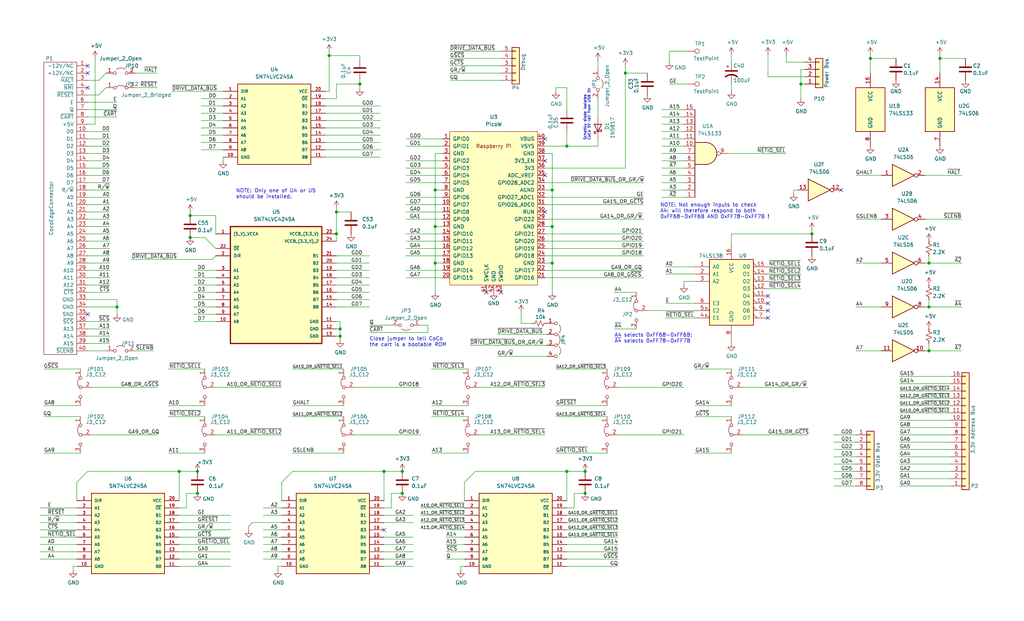
<source format=kicad_sch>
(kicad_sch (version 20230121) (generator eeschema)
  (paper "USLegal")
  (title_block (title "CoPiCo: WiFi and more for the Tandy Color Computer") (date "2024-04-29") (rev "0.2.9") (company "Thomas Shanks (copico@tshanks.org), Phoenix B (GitHub: phoenixvox), and contributors") (comment 3 "Released under the MIT License (opensource.org/license/mit)") (comment 4 "GitHub Repo: https://github.com/thomasshanks/copico-board"))
  (junction (at 151.13 66.04))
  (junction (at 68.58 171.45))
  (junction (at 40.64 106.68))
  (junction (at 62.23 163.83))
  (junction (at 68.58 163.83))
  (junction (at 278.13 29.21))
  (junction (at 139.7 163.83))
  (junction (at 118.11 116.84))
  (junction (at 196.85 50.8))
  (junction (at 191.77 78.74))
  (junction (at 118.11 114.3))
  (junction (at 133.35 163.83))
  (junction (at 322.58 121.92))
  (junction (at 196.85 163.83))
  (junction (at 151.13 78.74))
  (junction (at 124.968 29.21))
  (junction (at 139.7 171.45))
  (junction (at 302.26 20.32))
  (junction (at 191.77 66.04))
  (junction (at 116.84 81.28))
  (junction (at 191.77 91.44))
  (junction (at 151.13 91.44))
  (junction (at 322.58 91.44))
  (junction (at 66.04 74.93))
  (junction (at 116.84 73.66))
  (junction (at 326.39 20.32))
  (junction (at 281.94 81.28))
  (junction (at 66.04 82.55))
  (junction (at 114.3 19.304))
  (junction (at 203.2 163.83))
  (junction (at 217.17 25.4))
  (junction (at 322.58 106.68))
  (junction (at 203.2 171.45))
  (no_connect (at 30.48 109.22))
  (no_connect (at 292.1 66.04))
  (no_connect (at 30.48 22.86))
  (no_connect (at 189.23 48.26))
  (no_connect (at 189.23 60.96))
  (no_connect (at 173.99 101.6))
  (no_connect (at 266.7 105.41))
  (no_connect (at 189.23 55.88))
  (no_connect (at 30.48 30.48))
  (no_connect (at 133.35 184.15))
  (no_connect (at 168.91 101.6))
  (no_connect (at 266.7 102.87))
  (no_connect (at 189.23 73.66))
  (no_connect (at 30.48 25.4))
  (no_connect (at 266.7 107.95))
  (no_connect (at 266.7 110.49))
  (wire (pts (xy 74.93 151.13) (xy 97.79 151.13)))
  (wire (pts (xy 217.17 25.4) (xy 217.17 58.42)))
  (wire (pts (xy 297.18 106.68) (xy 306.07 106.68)))
  (wire (pts (xy 229.87 43.18) (xy 237.49 43.18)))
  (wire (pts (xy 297.18 76.2) (xy 306.07 76.2)))
  (wire (pts (xy 30.48 40.64) (xy 40.64 40.64)))
  (wire (pts (xy 193.04 157.48) (xy 210.82 157.48)))
  (wire (pts (xy 113.03 36.83) (xy 132.08 36.83)))
  (wire (pts (xy 207.645 48.26) (xy 207.645 50.8)))
  (wire (pts (xy 266.7 92.71) (xy 278.13 92.71)))
  (wire (pts (xy 237.49 97.79) (xy 241.3 97.79)))
  (wire (pts (xy 64.77 171.45) (xy 68.58 171.45)))
  (wire (pts (xy 189.23 86.36) (xy 223.52 86.36)))
  (wire (pts (xy 140.97 63.5) (xy 153.67 63.5)))
  (wire (pts (xy 30.48 50.8) (xy 38.1 50.8)))
  (wire (pts (xy 30.48 38.1) (xy 40.64 38.1)))
  (wire (pts (xy 113.03 49.53) (xy 132.08 49.53)))
  (wire (pts (xy 302.26 20.32) (xy 302.26 25.4)))
  (wire (pts (xy 297.18 60.96) (xy 306.07 60.96)))
  (wire (pts (xy 312.42 138.43) (xy 330.2 138.43)))
  (wire (pts (xy 161.29 167.64) (xy 161.29 173.99)))
  (wire (pts (xy 62.23 191.77) (xy 80.01 191.77)))
  (wire (pts (xy 30.48 43.18) (xy 33.02 43.18)))
  (wire (pts (xy 123.19 151.13) (xy 146.05 151.13)))
  (wire (pts (xy 66.04 73.66) (xy 66.04 74.93)))
  (wire (pts (xy 140.97 60.96) (xy 153.67 60.96)))
  (wire (pts (xy 13.97 184.15) (xy 26.67 184.15)))
  (wire (pts (xy 69.85 52.07) (xy 77.47 52.07)))
  (wire (pts (xy 207.645 20.955) (xy 207.645 24.13)))
  (wire (pts (xy 151.13 78.74) (xy 153.67 78.74)))
  (wire (pts (xy 189.23 63.5) (xy 223.52 63.5)))
  (wire (pts (xy 67.31 96.52) (xy 74.93 96.52)))
  (wire (pts (xy 116.84 81.28) (xy 116.84 83.82)))
  (wire (pts (xy 312.42 166.37) (xy 330.2 166.37)))
  (wire (pts (xy 172.72 123.825) (xy 189.865 123.825)))
  (wire (pts (xy 196.85 196.85) (xy 214.63 196.85)))
  (wire (pts (xy 189.23 81.28) (xy 223.52 81.28)))
  (wire (pts (xy 118.11 116.84) (xy 118.11 118.11)))
  (wire (pts (xy 217.17 22.86) (xy 217.17 25.4)))
  (wire (pts (xy 69.85 39.37) (xy 77.47 39.37)))
  (wire (pts (xy 297.18 121.92) (xy 306.07 121.92)))
  (wire (pts (xy 113.03 41.91) (xy 132.08 41.91)))
  (wire (pts (xy 128.27 113.03) (xy 135.89 113.03)))
  (wire (pts (xy 312.42 130.81) (xy 330.2 130.81)))
  (wire (pts (xy 91.44 184.15) (xy 97.79 184.15)))
  (wire (pts (xy 196.85 163.83) (xy 203.2 163.83)))
  (wire (pts (xy 156.21 22.86) (xy 173.99 22.86)))
  (wire (pts (xy 191.77 78.74) (xy 191.77 66.04)))
  (wire (pts (xy 326.39 20.32) (xy 326.39 25.4)))
  (wire (pts (xy 237.49 97.79) (xy 237.49 99.06)))
  (wire (pts (xy 297.18 91.44) (xy 306.07 91.44)))
  (wire (pts (xy 40.64 106.68) (xy 40.64 109.22)))
  (wire (pts (xy 140.97 58.42) (xy 153.67 58.42)))
  (wire (pts (xy 114.3 19.304) (xy 114.3 31.75)))
  (wire (pts (xy 312.42 143.51) (xy 330.2 143.51)))
  (wire (pts (xy 266.7 97.79) (xy 278.13 97.79)))
  (wire (pts (xy 96.52 196.85) (xy 97.79 196.85)))
  (wire (pts (xy 67.31 99.06) (xy 74.93 99.06)))
  (wire (pts (xy 229.87 68.58) (xy 237.49 68.58)))
  (wire (pts (xy 289.56 166.37) (xy 297.18 166.37)))
  (wire (pts (xy 154.94 194.31) (xy 161.29 194.31)))
  (wire (pts (xy 196.85 181.61) (xy 214.63 181.61)))
  (wire (pts (xy 189.23 50.8) (xy 196.85 50.8)))
  (wire (pts (xy 69.85 49.53) (xy 77.47 49.53)))
  (wire (pts (xy 196.85 184.15) (xy 214.63 184.15)))
  (wire (pts (xy 321.31 76.2) (xy 334.01 76.2)))
  (wire (pts (xy 193.04 30.48) (xy 193.04 31.75)))
  (wire (pts (xy 62.23 179.07) (xy 80.01 179.07)))
  (wire (pts (xy 189.23 78.74) (xy 191.77 78.74)))
  (wire (pts (xy 77.47 54.61) (xy 77.47 55.88)))
  (wire (pts (xy 91.44 179.07) (xy 97.79 179.07)))
  (wire (pts (xy 69.85 44.45) (xy 77.47 44.45)))
  (wire (pts (xy 321.31 121.92) (xy 322.58 121.92)))
  (wire (pts (xy 229.87 45.72) (xy 237.49 45.72)))
  (wire (pts (xy 62.23 181.61) (xy 80.01 181.61)))
  (wire (pts (xy 30.48 93.98) (xy 38.1 93.98)))
  (wire (pts (xy 46.99 25.4) (xy 54.61 25.4)))
  (wire (pts (xy 133.35 181.61) (xy 143.51 181.61)))
  (wire (pts (xy 229.87 40.64) (xy 237.49 40.64)))
  (wire (pts (xy 15.24 157.48) (xy 27.94 157.48)))
  (wire (pts (xy 101.6 157.48) (xy 119.38 157.48)))
  (wire (pts (xy 62.23 184.15) (xy 80.01 184.15)))
  (wire (pts (xy 87.63 181.61) (xy 97.79 181.61)))
  (wire (pts (xy 302.26 20.32) (xy 311.15 20.32)))
  (wire (pts (xy 214.63 151.13) (xy 237.49 151.13)))
  (wire (pts (xy 232.41 17.78) (xy 232.41 21.59)))
  (wire (pts (xy 257.81 134.62) (xy 280.67 134.62)))
  (wire (pts (xy 278.13 24.13) (xy 278.13 29.21)))
  (wire (pts (xy 196.85 191.77) (xy 214.63 191.77)))
  (wire (pts (xy 30.48 88.9) (xy 38.1 88.9)))
  (wire (pts (xy 312.42 163.83) (xy 330.2 163.83)))
  (wire (pts (xy 113.03 52.07) (xy 132.08 52.07)))
  (wire (pts (xy 153.67 73.66) (xy 140.97 73.66)))
  (wire (pts (xy 25.4 196.85) (xy 26.67 196.85)))
  (wire (pts (xy 229.87 60.96) (xy 237.49 60.96)))
  (wire (pts (xy 231.14 105.41) (xy 241.3 105.41)))
  (wire (pts (xy 113.03 39.37) (xy 132.08 39.37)))
  (wire (pts (xy 46.99 30.48) (xy 54.61 30.48)))
  (wire (pts (xy 133.35 196.85) (xy 143.51 196.85)))
  (wire (pts (xy 66.04 82.55) (xy 71.12 82.55)))
  (wire (pts (xy 30.48 91.44) (xy 38.1 91.44)))
  (wire (pts (xy 67.31 93.98) (xy 74.93 93.98)))
  (wire (pts (xy 116.84 29.21) (xy 124.968 29.21)))
  (wire (pts (xy 58.42 157.48) (xy 71.12 157.48)))
  (wire (pts (xy 254 81.28) (xy 254 85.09)))
  (wire (pts (xy 30.48 33.02) (xy 34.29 33.02)))
  (wire (pts (xy 180.975 112.395) (xy 180.975 108.585)))
  (wire (pts (xy 30.48 121.92) (xy 36.83 121.92)))
  (wire (pts (xy 116.84 111.76) (xy 118.11 111.76)))
  (wire (pts (xy 273.05 21.59) (xy 279.4 21.59)))
  (wire (pts (xy 116.84 73.66) (xy 121.92 73.66)))
  (wire (pts (xy 196.85 50.8) (xy 207.645 50.8)))
  (wire (pts (xy 199.39 171.45) (xy 203.2 171.45)))
  (wire (pts (xy 289.56 151.13) (xy 297.18 151.13)))
  (wire (pts (xy 116.84 93.98) (xy 128.27 93.98)))
  (wire (pts (xy 116.84 91.44) (xy 128.27 91.44)))
  (wire (pts (xy 229.87 50.8) (xy 237.49 50.8)))
  (wire (pts (xy 116.84 104.14) (xy 128.27 104.14)))
  (wire (pts (xy 214.63 134.62) (xy 237.49 134.62)))
  (wire (pts (xy 25.4 196.85) (xy 25.4 198.12)))
  (wire (pts (xy 146.05 179.07) (xy 161.29 179.07)))
  (wire (pts (xy 207.645 34.29) (xy 207.645 40.64)))
  (wire (pts (xy 101.6 163.83) (xy 133.35 163.83)))
  (wire (pts (xy 156.21 17.78) (xy 173.99 17.78)))
  (wire (pts (xy 278.13 24.13) (xy 279.4 24.13)))
  (wire (pts (xy 224.79 107.95) (xy 241.3 107.95)))
  (wire (pts (xy 322.58 121.92) (xy 334.01 121.92)))
  (wire (pts (xy 30.48 55.88) (xy 38.1 55.88)))
  (wire (pts (xy 30.48 78.74) (xy 38.1 78.74)))
  (wire (pts (xy 166.37 134.62) (xy 189.23 134.62)))
  (wire (pts (xy 62.23 196.85) (xy 80.01 196.85)))
  (wire (pts (xy 254 29.21) (xy 254 31.75)))
  (wire (pts (xy 312.42 133.35) (xy 330.2 133.35)))
  (wire (pts (xy 193.04 144.78) (xy 210.82 144.78)))
  (wire (pts (xy 196.85 50.8) (xy 196.85 45.72)))
  (wire (pts (xy 312.42 148.59) (xy 330.2 148.59)))
  (wire (pts (xy 30.48 68.58) (xy 38.1 68.58)))
  (wire (pts (xy 62.23 186.69) (xy 80.01 186.69)))
  (wire (pts (xy 74.93 88.9) (xy 73.66 90.17)))
  (wire (pts (xy 116.84 29.21) (xy 116.84 34.29)))
  (wire (pts (xy 154.94 184.15) (xy 161.29 184.15)))
  (wire (pts (xy 146.05 176.53) (xy 161.29 176.53)))
  (wire (pts (xy 116.84 106.68) (xy 128.27 106.68)))
  (wire (pts (xy 229.87 38.1) (xy 237.49 38.1)))
  (wire (pts (xy 312.42 161.29) (xy 330.2 161.29)))
  (wire (pts (xy 97.79 167.64) (xy 101.6 163.83)))
  (wire (pts (xy 241.3 157.48) (xy 254 157.48)))
  (wire (pts (xy 149.86 157.48) (xy 162.56 157.48)))
  (wire (pts (xy 149.86 144.78) (xy 162.56 144.78)))
  (wire (pts (xy 30.48 86.36) (xy 38.1 86.36)))
  (wire (pts (xy 312.42 168.91) (xy 330.2 168.91)))
  (wire (pts (xy 30.48 81.28) (xy 38.1 81.28)))
  (wire (pts (xy 31.75 151.13) (xy 54.61 151.13)))
  (wire (pts (xy 146.05 113.03) (xy 148.59 113.03)))
  (wire (pts (xy 67.31 106.68) (xy 74.93 106.68)))
  (wire (pts (xy 113.03 34.29) (xy 116.84 34.29)))
  (wire (pts (xy 278.13 29.21) (xy 278.13 34.29)))
  (wire (pts (xy 74.93 134.62) (xy 97.79 134.62)))
  (wire (pts (xy 238.76 29.21) (xy 232.41 29.21)))
  (wire (pts (xy 66.04 74.93) (xy 74.93 74.93)))
  (wire (pts (xy 266.7 26.67) (xy 279.4 26.67)))
  (wire (pts (xy 289.56 156.21) (xy 297.18 156.21)))
  (wire (pts (xy 322.58 104.14) (xy 322.58 106.68)))
  (wire (pts (xy 30.48 45.72) (xy 38.1 45.72)))
  (wire (pts (xy 46.99 121.92) (xy 53.34 121.92)))
  (wire (pts (xy 13.97 181.61) (xy 26.67 181.61)))
  (wire (pts (xy 140.97 48.26) (xy 153.67 48.26)))
  (wire (pts (xy 30.48 71.12) (xy 38.1 71.12)))
  (wire (pts (xy 232.41 17.78) (xy 238.76 17.78)))
  (wire (pts (xy 118.11 111.76) (xy 118.11 114.3)))
  (wire (pts (xy 241.3 128.27) (xy 254 128.27)))
  (wire (pts (xy 30.48 99.06) (xy 38.1 99.06)))
  (wire (pts (xy 189.23 88.9) (xy 223.52 88.9)))
  (wire (pts (xy 151.13 66.04) (xy 153.67 66.04)))
  (wire (pts (xy 113.03 44.45) (xy 132.08 44.45)))
  (wire (pts (xy 116.84 96.52) (xy 128.27 96.52)))
  (wire (pts (xy 321.31 106.68) (xy 322.58 106.68)))
  (wire (pts (xy 13.97 189.23) (xy 26.67 189.23)))
  (wire (pts (xy 30.48 66.04) (xy 38.1 66.04)))
  (wire (pts (xy 254 118.11) (xy 254 119.38)))
  (wire (pts (xy 289.56 153.67) (xy 297.18 153.67)))
  (wire (pts (xy 140.97 50.8) (xy 153.67 50.8)))
  (wire (pts (xy 114.3 18.034) (xy 114.3 19.304)))
  (wire (pts (xy 321.31 60.96) (xy 334.01 60.96)))
  (wire (pts (xy 231.14 95.25) (xy 241.3 95.25)))
  (wire (pts (xy 312.42 151.13) (xy 330.2 151.13)))
  (wire (pts (xy 62.23 163.83) (xy 68.58 163.83)))
  (wire (pts (xy 62.23 194.31) (xy 80.01 194.31)))
  (wire (pts (xy 189.23 71.12) (xy 223.52 71.12)))
  (wire (pts (xy 252.73 53.34) (xy 273.05 53.34)))
  (wire (pts (xy 36.83 25.4) (xy 34.29 27.94)))
  (wire (pts (xy 146.05 181.61) (xy 161.29 181.61)))
  (wire (pts (xy 151.13 53.34) (xy 153.67 53.34)))
  (wire (pts (xy 189.23 96.52) (xy 223.52 96.52)))
  (wire (pts (xy 322.58 106.68) (xy 334.01 106.68)))
  (wire (pts (xy 193.04 128.27) (xy 210.82 128.27)))
  (wire (pts (xy 156.21 20.32) (xy 173.99 20.32)))
  (wire (pts (xy 123.19 134.62) (xy 146.05 134.62)))
  (wire (pts (xy 275.59 66.04) (xy 276.86 66.04)))
  (wire (pts (xy 30.48 53.34) (xy 38.1 53.34)))
  (wire (pts (xy 289.56 168.91) (xy 297.18 168.91)))
  (wire (pts (xy 231.14 92.71) (xy 241.3 92.71)))
  (wire (pts (xy 153.67 81.28) (xy 140.97 81.28)))
  (wire (pts (xy 312.42 156.21) (xy 330.2 156.21)))
  (wire (pts (xy 133.35 189.23) (xy 143.51 189.23)))
  (wire (pts (xy 116.84 73.66) (xy 116.84 81.28)))
  (wire (pts (xy 101.6 128.27) (xy 119.38 128.27)))
  (wire (pts (xy 69.85 46.99) (xy 77.47 46.99)))
  (wire (pts (xy 135.89 171.45) (xy 139.7 171.45)))
  (wire (pts (xy 30.48 106.68) (xy 40.64 106.68)))
  (wire (pts (xy 13.97 179.07) (xy 26.67 179.07)))
  (wire (pts (xy 153.67 96.52) (xy 140.97 96.52)))
  (wire (pts (xy 13.97 191.77) (xy 26.67 191.77)))
  (wire (pts (xy 148.59 113.03) (xy 148.59 115.57)))
  (wire (pts (xy 140.97 55.88) (xy 153.67 55.88)))
  (wire (pts (xy 241.3 140.97) (xy 254 140.97)))
  (wire (pts (xy 30.48 58.42) (xy 38.1 58.42)))
  (wire (pts (xy 189.23 93.98) (xy 223.52 93.98)))
  (wire (pts (xy 45.72 90.17) (xy 73.66 90.17)))
  (wire (pts (xy 30.48 83.82) (xy 38.1 83.82)))
  (wire (pts (xy 116.84 101.6) (xy 128.27 101.6)))
  (wire (pts (xy 312.42 135.89) (xy 330.2 135.89)))
  (wire (pts (xy 312.42 140.97) (xy 330.2 140.97)))
  (wire (pts (xy 153.67 93.98) (xy 140.97 93.98)))
  (wire (pts (xy 229.87 66.04) (xy 237.49 66.04)))
  (wire (pts (xy 87.63 181.61) (xy 86.36 182.88)))
  (wire (pts (xy 133.35 176.53) (xy 135.89 176.53)))
  (wire (pts (xy 91.44 191.77) (xy 97.79 191.77)))
  (wire (pts (xy 154.94 186.69) (xy 161.29 186.69)))
  (wire (pts (xy 30.48 63.5) (xy 38.1 63.5)))
  (wire (pts (xy 191.77 78.74) (xy 191.77 91.44)))
  (wire (pts (xy 199.39 171.45) (xy 199.39 176.53)))
  (wire (pts (xy 15.24 140.97) (xy 27.94 140.97)))
  (wire (pts (xy 154.94 191.77) (xy 161.29 191.77)))
  (wire (pts (xy 156.21 25.4) (xy 173.99 25.4)))
  (wire (pts (xy 289.56 161.29) (xy 297.18 161.29)))
  (wire (pts (xy 30.48 101.6) (xy 38.1 101.6)))
  (wire (pts (xy 196.85 186.69) (xy 214.63 186.69)))
  (wire (pts (xy 133.35 179.07) (xy 143.51 179.07)))
  (wire (pts (xy 58.42 144.78) (xy 71.12 144.78)))
  (wire (pts (xy 91.44 186.69) (xy 97.79 186.69)))
  (wire (pts (xy 151.13 91.44) (xy 153.67 91.44)))
  (wire (pts (xy 241.3 144.78) (xy 254 144.78)))
  (wire (pts (xy 133.35 163.83) (xy 133.35 173.99)))
  (wire (pts (xy 86.36 182.88) (xy 86.36 184.15)))
  (wire (pts (xy 91.44 189.23) (xy 97.79 189.23)))
  (wire (pts (xy 69.85 34.29) (xy 77.47 34.29)))
  (wire (pts (xy 229.87 63.5) (xy 237.49 63.5)))
  (wire (pts (xy 30.48 114.3) (xy 38.1 114.3)))
  (wire (pts (xy 67.31 101.6) (xy 74.93 101.6)))
  (wire (pts (xy 67.31 109.22) (xy 74.93 109.22)))
  (wire (pts (xy 153.67 76.2) (xy 140.97 76.2)))
  (wire (pts (xy 15.24 128.27) (xy 27.94 128.27)))
  (wire (pts (xy 213.36 101.6) (xy 220.98 101.6)))
  (wire (pts (xy 133.35 186.69) (xy 143.51 186.69)))
  (wire (pts (xy 189.865 120.015) (xy 163.195 120.015)))
  (wire (pts (xy 67.31 104.14) (xy 74.93 104.14)))
  (wire (pts (xy 189.23 53.34) (xy 191.77 53.34)))
  (wire (pts (xy 229.87 53.34) (xy 237.49 53.34)))
  (wire (pts (xy 116.84 88.9) (xy 128.27 88.9)))
  (wire (pts (xy 153.67 83.82) (xy 140.97 83.82)))
  (wire (pts (xy 30.48 163.83) (xy 62.23 163.83)))
  (wire (pts (xy 113.03 54.61) (xy 132.08 54.61)))
  (wire (pts (xy 30.48 27.94) (xy 34.29 27.94)))
  (wire (pts (xy 189.23 58.42) (xy 217.17 58.42)))
  (wire (pts (xy 281.94 80.01) (xy 281.94 81.28)))
  (wire (pts (xy 13.97 186.69) (xy 26.67 186.69)))
  (wire (pts (xy 74.93 74.93) (xy 74.93 81.28)))
  (wire (pts (xy 140.97 68.58) (xy 153.67 68.58)))
  (wire (pts (xy 101.6 144.78) (xy 119.38 144.78)))
  (wire (pts (xy 196.85 30.48) (xy 196.85 38.1)))
  (wire (pts (xy 196.85 163.83) (xy 196.85 173.99)))
  (wire (pts (xy 275.59 66.04) (xy 275.59 67.31)))
  (wire (pts (xy 30.48 96.52) (xy 38.1 96.52)))
  (wire (pts (xy 30.48 48.26) (xy 38.1 48.26)))
  (wire (pts (xy 30.48 76.2) (xy 38.1 76.2)))
  (wire (pts (xy 189.23 68.58) (xy 223.52 68.58)))
  (wire (pts (xy 140.97 71.12) (xy 153.67 71.12)))
  (wire (pts (xy 196.85 176.53) (xy 199.39 176.53)))
  (wire (pts (xy 116.84 72.39) (xy 116.84 73.66)))
  (wire (pts (xy 34.29 33.02) (xy 36.83 30.48)))
  (wire (pts (xy 193.04 140.97) (xy 210.82 140.97)))
  (wire (pts (xy 160.02 196.85) (xy 161.29 196.85)))
  (wire (pts (xy 322.58 91.44) (xy 334.01 91.44)))
  (wire (pts (xy 229.87 48.26) (xy 237.49 48.26)))
  (wire (pts (xy 135.89 171.45) (xy 135.89 176.53)))
  (wire (pts (xy 322.58 119.38) (xy 322.58 121.92)))
  (wire (pts (xy 149.86 140.97) (xy 162.56 140.97)))
  (wire (pts (xy 118.11 114.3) (xy 118.11 116.84)))
  (wire (pts (xy 30.48 104.14) (xy 40.64 104.14)))
  (wire (pts (xy 229.87 55.88) (xy 237.49 55.88)))
  (wire (pts (xy 124.968 29.21) (xy 124.968 28.194)))
  (wire (pts (xy 113.03 46.99) (xy 132.08 46.99)))
  (wire (pts (xy 133.35 163.83) (xy 139.7 163.83)))
  (wire (pts (xy 128.27 115.57) (xy 148.59 115.57)))
  (wire (pts (xy 302.26 19.05) (xy 302.26 20.32)))
  (wire (pts (xy 97.79 167.64) (xy 97.79 173.99)))
  (wire (pts (xy 116.84 114.3) (xy 118.11 114.3)))
  (wire (pts (xy 191.77 91.44) (xy 191.77 101.6)))
  (wire (pts (xy 172.72 116.205) (xy 189.865 116.205)))
  (wire (pts (xy 30.48 35.56) (xy 40.64 35.56)))
  (wire (pts (xy 13.97 176.53) (xy 26.67 176.53)))
  (wire (pts (xy 58.42 128.27) (xy 71.12 128.27)))
  (wire (pts (xy 321.31 91.44) (xy 322.58 91.44)))
  (wire (pts (xy 33.02 43.18) (xy 33.02 20.32)))
  (wire (pts (xy 189.23 83.82) (xy 223.52 83.82)))
  (wire (pts (xy 189.23 76.2) (xy 223.52 76.2)))
  (wire (pts (xy 166.37 151.13) (xy 189.23 151.13)))
  (wire (pts (xy 69.85 41.91) (xy 77.47 41.91)))
  (wire (pts (xy 151.13 66.04) (xy 151.13 53.34)))
  (wire (pts (xy 116.84 99.06) (xy 128.27 99.06)))
  (wire (pts (xy 62.23 189.23) (xy 80.01 189.23)))
  (wire (pts (xy 196.85 30.48) (xy 193.04 30.48)))
  (wire (pts (xy 69.85 36.83) (xy 77.47 36.83)))
  (wire (pts (xy 217.17 25.4) (xy 224.79 25.4)))
  (wire (pts (xy 289.56 158.75) (xy 297.18 158.75)))
  (wire (pts (xy 124.968 19.304) (xy 114.3 19.304)))
  (wire (pts (xy 67.31 111.76) (xy 74.93 111.76)))
  (wire (pts (xy 326.39 20.32) (xy 335.28 20.32)))
  (wire (pts (xy 161.29 167.64) (xy 165.1 163.83)))
  (wire (pts (xy 231.14 110.49) (xy 241.3 110.49)))
  (wire (pts (xy 189.23 66.04) (xy 191.77 66.04)))
  (wire (pts (xy 58.42 140.97) (xy 71.12 140.97)))
  (wire (pts (xy 160.02 196.85) (xy 160.02 198.12)))
  (wire (pts (xy 266.7 19.05) (xy 266.7 26.67)))
  (wire (pts (xy 13.97 194.31) (xy 26.67 194.31)))
  (wire (pts (xy 26.67 167.64) (xy 26.67 173.99)))
  (wire (pts (xy 113.03 31.75) (xy 114.3 31.75)))
  (wire (pts (xy 254 19.05) (xy 254 21.59)))
  (wire (pts (xy 196.85 189.23) (xy 214.63 189.23)))
  (wire (pts (xy 15.24 144.78) (xy 27.94 144.78)))
  (wire (pts (xy 266.7 95.25) (xy 278.13 95.25)))
  (wire (pts (xy 151.13 91.44) (xy 151.13 101.6)))
  (wire (pts (xy 124.968 20.574) (xy 124.968 19.304)))
  (wire (pts (xy 133.35 191.77) (xy 143.51 191.77)))
  (wire (pts (xy 30.48 111.76) (xy 38.1 111.76)))
  (wire (pts (xy 149.86 128.27) (xy 162.56 128.27)))
  (wire (pts (xy 40.64 104.14) (xy 40.64 106.68)))
  (wire (pts (xy 191.77 66.04) (xy 191.77 53.34)))
  (wire (pts (xy 184.785 112.395) (xy 180.975 112.395)))
  (wire (pts (xy 229.87 58.42) (xy 237.49 58.42)))
  (wire (pts (xy 254 81.28) (xy 281.94 81.28)))
  (wire (pts (xy 133.35 194.31) (xy 143.51 194.31)))
  (wire (pts (xy 71.12 82.55) (xy 74.93 86.36)))
  (wire (pts (xy 30.48 73.66) (xy 38.1 73.66)))
  (wire (pts (xy 26.67 167.64) (xy 30.48 163.83)))
  (wire (pts (xy 278.13 29.21) (xy 279.4 29.21)))
  (wire (pts (xy 62.23 163.83) (xy 62.23 173.99)))
  (wire (pts (xy 153.67 86.36) (xy 140.97 86.36)))
  (wire (pts (xy 30.48 116.84) (xy 38.1 116.84)))
  (wire (pts (xy 257.81 151.13) (xy 280.67 151.13)))
  (wire (pts (xy 91.44 176.53) (xy 97.79 176.53)))
  (wire (pts (xy 165.1 163.83) (xy 196.85 163.83)))
  (wire (pts (xy 312.42 146.05) (xy 330.2 146.05)))
  (wire (pts (xy 273.05 19.05) (xy 273.05 21.59)))
  (wire (pts (xy 151.13 66.04) (xy 151.13 78.74)))
  (wire (pts (xy 312.42 153.67) (xy 330.2 153.67)))
  (wire (pts (xy 62.23 176.53) (xy 64.77 176.53)))
  (wire (pts (xy 151.13 78.74) (xy 151.13 91.44)))
  (wire (pts (xy 326.39 19.05) (xy 326.39 20.32)))
  (wire (pts (xy 266.7 100.33) (xy 278.13 100.33)))
  (wire (pts (xy 91.44 194.31) (xy 97.79 194.31)))
  (wire (pts (xy 101.6 140.97) (xy 119.38 140.97)))
  (wire (pts (xy 96.52 196.85) (xy 96.52 198.12)))
  (wire (pts (xy 156.21 27.94) (xy 173.99 27.94)))
  (wire (pts (xy 154.94 189.23) (xy 161.29 189.23)))
  (wire (pts (xy 153.67 88.9) (xy 140.97 88.9)))
  (wire (pts (xy 30.48 60.96) (xy 38.1 60.96)))
  (wire (pts (xy 30.48 119.38) (xy 38.1 119.38)))
  (wire (pts (xy 312.42 158.75) (xy 330.2 158.75)))
  (wire (pts (xy 31.75 134.62) (xy 54.61 134.62)))
  (wire (pts (xy 289.56 163.83) (xy 297.18 163.83)))
  (wire (pts (xy 64.77 171.45) (xy 64.77 176.53)))
  (wire (pts (xy 124.968 30.734) (xy 124.968 29.21)))
  (wire (pts (xy 189.23 91.44) (xy 191.77 91.44)))
  (wire (pts (xy 196.85 179.07) (xy 214.63 179.07)))
  (wire (pts (xy 213.36 114.3) (xy 220.98 114.3)))
  (wire (pts (xy 59.69 31.75) (xy 77.47 31.75)))
  (wire (pts (xy 196.85 194.31) (xy 214.63 194.31)))
  (wire (pts (xy 322.58 88.9) (xy 322.58 91.44)))
  (wire (pts (xy 116.84 116.84) (xy 118.11 116.84)))
  (text "NOTE: Not enough inputs to check\nA4; will therefore respond to both\n0xFF68-0xFF6B AND 0xFF78-0xFF7B !" (at 229.235 76.2 0) (effects (font (size 1.27 1.27)) (justify left bottom)))
  (text "NOTE: Only one of U4 or U5\nshould be installed." (at 81.915 69.215 0) (effects (font (size 1.27 1.27)) (justify left bottom)))
  (text "Schottky diode isolates\nCoCo 5V rail from USB 5V" (at 205.105 48.895 90) (effects (font (size 0.889 0.889)) (justify left bottom)))
  (text "A4 selects 0xFF68-0xFF6B;\n~{A4} selects 0xFF78-0xFF7B" (at 213.36 119.38 0) (effects (font (size 1.27 1.27)) (justify left bottom)))
  (text "Close jumper to tell CoCo\nthe cart is a bootable ROM" (at 128.27 120.65 0) (effects (font (size 1.27 1.27)) (justify left bottom)))
  (label "GR{slash}~{W}" (at 156.21 25.4 0))
  (label "GQ" (at 214.63 196.85 180))
  (label "GA15" (at 246.38 157.48 180))
  (label "GA1" (at 146.05 76.2 180))
  (label "A4" (at 16.51 194.31 0))
  (label "D5" (at 38.1 58.42 180))
  (label "GD4" (at 292.1 161.29 0))
  (label "D4" (at 38.1 55.88 180))
  (label "GD5" (at 121.92 101.6 0))
  (label "A9" (at 38.1 91.44 180))
  (label "D6" (at 38.1 60.96 180))
  (label "GA11_OR_G~{NETIO_SEL2}" (at 312.42 140.97 0) (effects (font (size 1.016 1.016))))
  (label "GD0" (at 292.1 151.13 0))
  (label "GA4" (at 312.42 158.75 0))
  (label "GA5" (at 312.42 156.21 0))
  (label "GD5" (at 125.73 49.53 0))
  (label "GR{slash}~{W}" (at 246.38 128.27 180))
  (label "GE" (at 232.41 29.21 0))
  (label "A10" (at 62.23 140.97 180))
  (label "A6" (at 93.98 186.69 0))
  (label "A12_OR_~{NETIO_SEL3}" (at 146.05 181.61 0) (effects (font (size 1.016 1.016))))
  (label "GA7" (at 312.42 151.13 0))
  (label "GD7" (at 292.1 168.91 0))
  (label "Q" (at 128.27 113.03 0))
  (label "GD5" (at 142.24 63.5 0))
  (label "A4" (at 213.36 101.6 0))
  (label "GA13_OR_G~{NETIO_SEL4}" (at 312.42 135.89 0) (effects (font (size 1.016 1.016))))
  (label "A2" (at 297.18 91.44 0))
  (label "GD7" (at 142.24 71.12 0))
  (label "GA7" (at 137.16 191.77 0))
  (label "A12" (at 232.41 45.72 0))
  (label "GA14" (at 214.63 189.23 180))
  (label "GD7" (at 125.73 54.61 0))
  (label "~{NETIO_SEL2}" (at 69.85 144.78 180))
  (label "GA14" (at 246.38 140.97 180))
  (label "A11_OR_~{NETIO_SEL2}" (at 78.74 151.13 0))
  (label "~{NETIO_SEL}" (at 16.51 186.69 0))
  (label "D3" (at 72.39 41.91 0))
  (label "GA6" (at 137.16 189.23 0))
  (label "GD2" (at 292.1 156.21 0))
  (label "D4" (at 68.58 104.14 0))
  (label "E" (at 231.14 105.41 0))
  (label "~{DRIVE_DATA_BUS}" (at 172.72 116.205 0))
  (label "~{A4}" (at 331.47 106.68 0))
  (label "~{DRIVE_DATA_BUS}" (at 45.72 90.17 0))
  (label "GA9_OR_GQ" (at 212.09 93.98 0))
  (label "GA14_OR_GR{slash}~{W}" (at 265.43 134.62 0))
  (label "GA8_OR_G~{SCS}" (at 209.55 96.52 0))
  (label "D1" (at 72.39 36.83 0))
  (label "A10" (at 232.41 50.8 0))
  (label "GD0" (at 142.24 48.26 0))
  (label "G~{SCS}" (at 156.21 20.32 0))
  (label "GA13_OR_G~{NETIO_SEL4}" (at 193.04 144.78 0) (effects (font (size 1.016 1.016))))
  (label "~{NETIO_SEL2}" (at 278.13 95.25 180))
  (label "D5" (at 68.58 106.68 0))
  (label "G~{SCS}" (at 20.32 128.27 180))
  (label "GA5" (at 146.05 88.9 180))
  (label "D0" (at 72.39 34.29 0))
  (label "A3" (at 38.1 76.2 180))
  (label "Q" (at 154.94 194.31 0))
  (label "A10_OR_~{NETIO_SEL1}" (at 78.74 134.62 0))
  (label "A9" (at 232.41 53.34 0))
  (label "~{A2}" (at 331.47 91.44 0))
  (label "A0" (at 16.51 189.23 0))
  (label "~{NETIO_SEL4}" (at 278.13 100.33 180))
  (label "GPIO18" (at 215.9 88.9 0))
  (label "A1" (at 16.51 191.77 0))
  (label "A0" (at 231.14 92.71 0))
  (label "~{CART}" (at 128.27 115.57 0))
  (label "~{DRIVE_DATA_BUS}_OR_GR{slash}~{W}" (at 163.195 120.015 0))
  (label "GA15_OR_G~{CTS}" (at 266.7 151.13 0))
  (label "GA12_OR_G~{NETIO_SEL3}" (at 193.04 128.27 0) (effects (font (size 1.016 1.016))))
  (label "~{NETIO_SEL1}" (at 278.13 92.71 180))
  (label "GA9" (at 19.05 157.48 180))
  (label "A11_OR_~{NETIO_SEL2}" (at 146.05 179.07 0) (effects (font (size 1.016 1.016))))
  (label "GSLENB" (at 297.18 76.2 0))
  (label "A13" (at 153.67 157.48 180))
  (label "GA2" (at 312.42 163.83 0))
  (label "GA8" (at 312.42 148.59 0))
  (label "G~{CTS}" (at 68.58 186.69 0))
  (label "GA14" (at 312.42 133.35 0))
  (label "GD6" (at 121.92 104.14 0))
  (label "A9" (at 93.98 194.31 0))
  (label "~{RESET}" (at 54.61 30.48 180))
  (label "A1" (at 231.14 95.25 0))
  (label "GA3" (at 312.42 161.29 0))
  (label "A0" (at 38.1 68.58 180))
  (label "GPIO18" (at 138.43 134.62 0))
  (label "D0" (at 68.58 93.98 0))
  (label "G~{RESET}" (at 68.58 181.61 0))
  (label "A4" (at 38.1 78.74 180))
  (label "GA8" (at 19.05 140.97 180))
  (label "GD1" (at 121.92 91.44 0))
  (label "A7" (at 93.98 189.23 0))
  (label "GA2" (at 137.16 179.07 0))
  (label "GA1" (at 68.58 194.31 0))
  (label "GD3" (at 142.24 58.42 0))
  (label "GPIO21" (at 215.9 81.28 0))
  (label "GA8_OR_G~{SCS}" (at 41.91 134.62 0))
  (label "GPIO20" (at 215.9 83.82 0))
  (label "GD0" (at 121.92 88.9 0))
  (label "A10" (at 38.1 93.98 180))
  (label "~{NETIO_SEL4}" (at 161.29 144.78 180))
  (label "GA8" (at 137.16 194.31 0))
  (label "~{NETIO_SEL1}" (at 69.85 128.27 180))
  (label "~{A7}" (at 232.41 58.42 0))
  (label "GA15" (at 214.63 191.77 180))
  (label "GD4" (at 121.92 99.06 0))
  (label "A14" (at 154.94 186.69 0))
  (label "A4" (at 297.18 106.68 0))
  (label "D7" (at 68.58 111.76 0))
  (label "~{HALT}" (at 54.61 25.4 180))
  (label "~{HALT}" (at 328.93 60.96 0))
  (label "A15" (at 38.1 119.38 180))
  (label "GA6" (at 312.42 153.67 0))
  (label "~{SCS}" (at 38.1 111.76 180))
  (label "A12_OR_~{NETIO_SEL3}" (at 170.18 134.62 0))
  (label "A11" (at 232.41 48.26 0))
  (label "A2" (at 38.1 73.66 180))
  (label "G~{CTS}" (at 156.21 22.86 0))
  (label "GPIO20" (at 229.87 134.62 0))
  (label "GD2" (at 125.73 41.91 0))
  (label "GA15" (at 312.42 130.81 0))
  (label "GA11_OR_G~{NETIO_SEL2}" (at 101.6 144.78 0) (effects (font (size 1.016 1.016))))
  (label "GD2" (at 142.24 55.88 0))
  (label "GQ" (at 17.78 144.78 180))
  (label "A14" (at 38.1 116.84 180))
  (label "GD6" (at 125.73 52.07 0))
  (label "GA3" (at 137.16 181.61 0))
  (label "GD7" (at 121.92 106.68 0))
  (label "GHALT" (at 101.6 140.97 0))
  (label "D2" (at 72.39 39.37 0))
  (label "~{NETIO_SEL}" (at 231.14 110.49 0))
  (label "GD4" (at 125.73 46.99 0))
  (label "D1" (at 68.58 96.52 0))
  (label "~{A7}" (at 331.47 121.92 0))
  (label "D3" (at 38.1 53.34 180))
  (label "GA2" (at 146.05 81.28 180))
  (label "~{CTS}" (at 38.1 101.6 180))
  (label "GA4" (at 68.58 196.85 0))
  (label "GSLENB" (at 101.6 157.48 0))
  (label "A12" (at 153.67 140.97 180))
  (label "GR{slash}~{W}" (at 68.58 184.15 0))
  (label "GA15_OR_G~{CTS}" (at 223.52 71.12 180))
  (label "G~{RESET}" (at 193.04 140.97 0))
  (label "GA6" (at 146.05 93.98 180))
  (label "~{A4}" (at 213.36 114.3 0))
  (label "~{NETIO_SEL3}" (at 161.29 128.27 180))
  (label "GE" (at 220.98 68.58 0))
  (label "D4" (at 72.39 44.45 0))
  (label "~{RESET}" (at 16.51 179.07 0))
  (label "D6" (at 68.58 109.22 0))
  (label "GD4" (at 142.24 60.96 0))
  (label "GA13_OR_G~{NETIO_SEL4}" (at 214.63 186.69 180) (effects (font (size 1.016 1.016))))
  (label "GD1" (at 125.73 39.37 0))
  (label "GA0" (at 68.58 191.77 0))
  (label "A6" (at 38.1 83.82 180))
  (label "GHALT" (at 297.18 60.96 0))
  (label "A3" (at 93.98 179.07 0))
  (label "A5" (at 93.98 184.15 0))
  (label "GD0" (at 125.73 36.83 0))
  (label "GA4" (at 146.05 86.36 180))
  (label "D3" (at 68.58 101.6 0))
  (label "~{SLENB}" (at 53.34 121.92 180))
  (label "A13" (at 232.41 43.18 0))
  (label "~{NETIO_SEL}" (at 262.89 53.34 0))
  (label "D2" (at 38.1 50.8 180))
  (label "R{slash}~{W}" (at 38.1 66.04 180))
  (label "GA0" (at 312.42 168.91 0))
  (label "GQ" (at 156.21 27.94 0))
  (label "GA10_OR_G~{NETIO_SEL1}" (at 214.63 179.07 180) (effects (font (size 1.016 1.016))))
  (label "A10_OR_~{NETIO_SEL1}" (at 146.05 176.53 0) (effects (font (size 1.016 1.016))))
  (label "~{CART}" (at 40.64 40.64 180))
  (label "A8" (at 93.98 191.77 0))
  (label "GPIO21" (at 229.87 151.13 0))
  (label "D6" (at 72.39 49.53 0))
  (label "A1" (at 38.1 71.12 180))
  (label "Q" (at 40.64 38.1 180))
  (label "GR{slash}~{W}" (at 172.72 123.825 0))
  (label "GA5" (at 137.16 186.69 0))
  (label "GA9" (at 137.16 196.85 0))
  (label "~{DRIVE_DATA_BUS}" (at 156.21 17.78 0))
  (label "D1" (at 38.1 48.26 180))
  (label "G~{NETIO_SEL}" (at 193.04 157.48 0))
  (label "GD6" (at 292.1 166.37 0))
  (label "GA14_OR_GR{slash}~{W}" (at 208.28 76.2 0))
  (label "D5" (at 72.39 46.99 0))
  (label "E" (at 16.51 176.53 0))
  (label "G~{NETIO_SEL}" (at 68.58 189.23 0))
  (label "GA0" (at 146.05 73.66 180))
  (label "~{SLENB}" (at 327.66 76.2 0))
  (label "~{A2}" (at 232.41 68.58 0))
  (label "D0" (at 38.1 45.72 180))
  (label "D2" (at 68.58 99.06 0))
  (label "A8" (at 38.1 88.9 180))
  (label "A7" (at 297.18 121.92 0))
  (label "GD5" (at 292.1 163.83 0))
  (label "A13_OR_~{NETIO_SEL4}" (at 170.18 151.13 0))
  (label "E" (at 40.64 35.56 180))
  (label "GA7" (at 146.05 96.52 180))
  (label "GA10_OR_G~{NETIO_SEL1}" (at 312.42 143.51 0) (effects (font (size 1.016 1.016))))
  (label "GPIO19" (at 215.9 86.36 0))
  (label "GA3" (at 146.05 83.82 180))
  (label "~{DRIVE_DATA_BUS}" (at 59.69 31.75 0))
  (label "GD3" (at 292.1 158.75 0))
  (label "GA12_OR_G~{NETIO_SEL3}" (at 214.63 184.15 180) (effects (font (size 1.016 1.016))))
  (label "GD3" (at 125.73 44.45 0))
  (label "G~{SCS}" (at 214.63 194.31 180))
  (label "A3" (at 232.41 66.04 0))
  (label "~{SCS}" (at 154.94 191.77 0))
  (label "GA9" (at 312.42 146.05 0))
  (label "A11" (at 38.1 96.52 180))
  (label "A5" (at 232.41 63.5 0))
  (label "GA1" (at 312.42 166.37 0))
  (label "A14" (at 232.41 40.64 0))
  (label "A11" (at 62.23 157.48 180))
  (label "GA12_OR_G~{NETIO_SEL3}" (at 312.42 138.43 0) (effects (font (size 1.016 1.016))))
  (label "GD3" (at 121.92 96.52 0))
  (label "GD1" (at 142.24 50.8 0))
  (label "A13_OR_~{NETIO_SEL4}" (at 146.05 184.15 0) (effects (font (size 1.016 1.016))))
  (label "GPIO19" (at 138.43 151.13 0))
  (label "D7" (at 38.1 63.5 180))
  (label "A5" (at 38.1 81.28 180))
  (label "D7" (at 72.39 52.07 0))
  (label "GA9_OR_GQ" (at 44.45 151.13 0))
  (label "A12" (at 38.1 99.06 180))
  (label "G~{CTS}" (at 246.38 144.78 180))
  (label "A15" (at 232.41 38.1 0))
  (label "A15" (at 154.94 189.23 0))
  (label "GA10_OR_G~{NETIO_SEL1}" (at 101.6 128.27 0) (effects (font (size 1.016 1.016))))
  (label "A6" (at 232.41 60.96 0))
  (label "~{CTS}" (at 16.51 184.15 0))
  (label "GE" (at 68.58 179.07 0))
  (label "GD2" (at 121.92 93.98 0))
  (label "~{DRIVE_DATA_BUS}_OR_GR{slash}~{W}" (at 198.12 63.5 0))
  (label "A13" (at 38.1 114.3 180))
  (label "A2" (at 93.98 176.53 0))
  (label "GD1" (at 292.1 153.67 0))
  (label "A8" (at 232.41 55.88 0))
  (label "GA11_OR_G~{NETIO_SEL2}" (at 214.63 181.61 180) (effects (font (size 1.016 1.016))))
  (label "GD6" (at 142.24 68.58 0))
  (label "R{slash}~{W}" (at 16.51 181.61 0))
  (label "A7" (at 38.1 86.36 180))
  (label "~{NETIO_SEL3}" (at 278.13 97.79 180))
  (symbol (lib_id "Device:C_Polarized_US") (at 254 25.4 0) (unit 1)
    (property "Reference" "C40" (at 254.635 22.86 0) (effects (justify left)))
    (property "Value" "100uF" (at 254.635 27.94 0) (effects (justify left)))
    (property "Footprint" "Capacitor_THT:CP_Radial_D7.5mm_P2.50mm" (effects hide))
  )
  (symbol (lib_id "00_Custom:COCO_EDGE_CONNECTOR") (at 20.32 72.39 0) (unit 1)
    (property "Reference" "P1" (at 17.145 20.32 0))
    (property "Value" "CocoEdgeConnector" (at 17.78 72.39 90))
    (property "Footprint" "00_Custom:CocoCardEdge" (effects hide))
  )
  (symbol (lib_id "Connector_Generic:Conn_01x04") (at 284.48 26.67 0) (mirror x) (unit 1)
    (property "Reference" "P10" (at 284.48 34.29 0))
    (property "Value" "Power Bus" (at 287.02 25.4 90))
    (property "Footprint" "Connector_PinHeader_2.54mm:PinHeader_1x04_P2.54mm_Vertical" (effects hide))
  )
  (symbol (lib_id "power:GND") (at 254 31.75 0) (unit 1)
    (property "Reference" "#PWR0105" (effects hide))
    (property "Value" "GND" (at 254.127 36.1442 0))
  )
  (symbol (lib_id "power:GND") (at 278.13 34.29 0) (unit 1)
    (property "Reference" "#PWR0106" (effects hide))
    (property "Value" "GND" (at 278.257 38.6842 0))
  )
  (symbol (lib_id "power:GND") (at 40.64 109.22 0) (unit 1)
    (property "Reference" "#PWR0104" (effects hide))
    (property "Value" "GND" (at 44.45 111.125 0))
  )
  (symbol (lib_id "power:+5V") (at 254 19.05 0) (unit 1)
    (property "Reference" "#PWR0101" (effects hide))
    (property "Value" "+5V" (at 254.381 14.6558 0))
  )
  (symbol (lib_id "power:+5V") (at 33.02 20.32 0) (unit 1)
    (property "Reference" "#PWR0102" (effects hide))
    (property "Value" "+5V" (at 33.401 15.9258 0))
  )
  (symbol (lib_id "power:+5V") (at 273.05 19.05 0) (unit 1)
    (property "Reference" "#PWR0103" (effects hide))
    (property "Value" "+5V" (at 273.431 14.6558 0))
  )
  (symbol (lib_id "power:GND") (at 193.04 31.75 0) (unit 1)
    (property "Reference" "#PWR036" (effects hide))
    (property "Value" "GND" (at 193.167 36.1442 0))
  )
  (symbol (lib_id "74xx:74LS06") (at 313.69 60.96 0) (unit 1)
    (property "Reference" "U2" (at 313.69 52.07 0))
    (property "Value" "74LS06" (at 313.69 54.61 0))
    (property "Footprint" "Package_DIP:DIP-14_W7.62mm_LongPads" (effects hide))
    (property "Datasheet" "http://www.ti.com/lit/gpn/sn74LS06" (effects hide))
  )
  (symbol (lib_id "power:GND") (at 118.11 118.11 0) (unit 1)
    (property "Reference" "#PWR06" (effects hide))
    (property "Value" "GND" (at 118.237 122.5042 0))
  )
  (symbol (lib_id "Device:R_Small_US") (at 322.58 101.6 0) (unit 1)
    (property "Reference" "R2" (at 323.85 100.33 0) (effects (justify left)))
    (property "Value" "2.2K" (at 323.85 102.87 0) (effects (justify left)))
    (property "Footprint" "Resistor_THT:R_Axial_DIN0207_L6.3mm_D2.5mm_P10.16mm_Horizontal" (effects hide))
  )
  (symbol (lib_id "Device:R_Small_US") (at 187.325 112.395 90) (unit 1)
    (property "Reference" "R4" (at 189.23 107.95 90) (effects (justify left)))
    (property "Value" "10k" (at 189.5475 110.1725 90) (effects (justify left)))
    (property "Footprint" "Resistor_THT:R_Axial_DIN0207_L6.3mm_D2.5mm_P10.16mm_Horizontal" (effects hide))
  )
  (symbol (lib_id "power:+3V3") (at 68.58 163.83 0) (unit 1)
    (property "Reference" "#PWR018" (effects hide))
    (property "Value" "+3V3" (at 71.12 160.655 0))
  )
  (symbol (lib_id "74xx:74LS06") (at 313.69 91.44 0) (unit 3)
    (property "Reference" "U2" (at 313.69 82.55 0))
    (property "Value" "74LS06" (at 313.69 85.09 0))
    (property "Footprint" "Package_DIP:DIP-14_W7.62mm_LongPads" (effects hide))
    (property "Datasheet" "http://www.ti.com/lit/gpn/sn74LS06" (effects hide))
  )
  (symbol (lib_id "Device:C") (at 224.79 29.21 0) (unit 1)
    (property "Reference" "C33" (at 219.075 31.115 90) (effects (justify left)))
    (property "Value" "0.1uF" (at 220.98 32.385 90) (effects (justify left)))
    (property "Footprint" "Capacitor_THT:C_Disc_D5.0mm_W2.5mm_P5.00mm" (effects hide))
  )
  (symbol (lib_id "Jumper:Jumper_2_Bridged") (at 41.91 30.48 0) (unit 1)
    (property "Reference" "JP12" (at 45.72 29.21 0))
    (property "Value" "Jumper_2_Bridged" (at 50.8 33.02 0))
    (property "Footprint" "Connector_PinHeader_2.54mm:PinHeader_1x02_P2.54mm_Vertical" (effects hide))
  )
  (symbol (lib_id "power:GND") (at 326.39 50.8 0) (unit 1)
    (property "Reference" "#PWR023" (effects hide))
    (property "Value" "GND" (at 326.517 55.1942 0))
  )
  (symbol (lib_id "power:GND") (at 232.41 21.59 0) (unit 1)
    (property "Reference" "#PWR027" (effects hide))
    (property "Value" "GND" (at 236.22 23.495 0))
  )
  (symbol (lib_id "power:GND") (at 254 119.38 0) (unit 1)
    (property "Reference" "#PWR038" (effects hide))
    (property "Value" "GND" (at 254.127 123.7742 0))
  )
  (symbol (lib_id "74xx:74LS06") (at 326.39 38.1 0) (unit 7)
    (property "Reference" "U2" (at 332.74 36.83 0) (effects (justify left)))
    (property "Value" "74LS06" (at 332.74 39.37 0) (effects (justify left)))
    (property "Footprint" "Package_DIP:DIP-14_W7.62mm_LongPads" (effects hide))
    (property "Datasheet" "http://www.ti.com/lit/gpn/sn74LS06" (effects hide))
  )
  (symbol (lib_id "Device:C") (at 311.15 24.13 0) (unit 1)
    (property "Reference" "C1" (at 313.69 22.86 0) (effects (justify left)))
    (property "Value" "0.1uF" (at 313.69 25.4 0) (effects (justify left)))
    (property "Footprint" "Capacitor_THT:C_Disc_D5.0mm_W2.5mm_P5.00mm" (effects hide))
  )
  (symbol (lib_id "Jumper:Jumper_3_Bridged12") (at 27.94 134.62 90) (mirror x) (unit 1)
    (property "Reference" "JP101" (at 36.195 128.27 90) (effects (justify left)))
    (property "Value" "J3_C12" (at 36.83 130.175 90) (effects (justify left)))
    (property "Footprint" "Connector_PinHeader_2.54mm:PinHeader_1x03_P2.54mm_Vertical" (effects hide))
  )
  (symbol (lib_id "power:GND") (at 86.36 184.15 0) (unit 1)
    (property "Reference" "#PWR042" (effects hide))
    (property "Value" "GND" (at 86.487 188.5442 0))
  )
  (symbol (lib_id "74xx:74LS133") (at 245.11 53.34 0) (mirror x) (unit 1)
    (property "Reference" "U1" (at 245.745 43.815 0))
    (property "Value" "74LS133" (at 246.38 46.355 0))
    (property "Footprint" "Package_DIP:DIP-16_W7.62mm_LongPads" (effects hide))
    (property "Datasheet" "http://www.ti.com/lit/gpn/sn74LS133" (effects hide))
  )
  (symbol (lib_id "power:GND") (at 139.7 171.45 0) (unit 1)
    (property "Reference" "#PWR035" (effects hide))
    (property "Value" "GND" (at 143.51 173.355 0))
  )
  (symbol (lib_id "Connector:TestPoint") (at 238.76 29.21 270) (unit 1)
    (property "Reference" "TP2" (at 241.3 26.67 90) (effects (justify left)))
    (property "Value" "TestPoint" (at 240.792 31.75 90) (effects (justify left)))
    (property "Footprint" "Connector_PinHeader_2.54mm:PinHeader_1x01_P2.54mm_Vertical" (effects hide))
  )
  (symbol (lib_id "power:GND") (at 68.58 171.45 0) (unit 1)
    (property "Reference" "#PWR019" (effects hide))
    (property "Value" "GND" (at 72.39 173.355 0))
  )
  (symbol (lib_id "power:+3V3") (at 266.7 19.05 0) (unit 1)
    (property "Reference" "#PWR031" (effects hide))
    (property "Value" "+3V3" (at 266.7 14.605 0))
  )
  (symbol (lib_id "Jumper:Jumper_3_Bridged12") (at 162.56 151.13 90) (mirror x) (unit 1)
    (property "Reference" "JP108" (at 170.815 144.78 90) (effects (justify left)))
    (property "Value" "J3_C12" (at 171.45 146.685 90) (effects (justify left)))
    (property "Footprint" "Connector_PinHeader_2.54mm:PinHeader_1x03_P2.54mm_Vertical" (effects hide))
  )
  (symbol (lib_id "power:+5V") (at 281.94 80.01 0) (unit 1)
    (property "Reference" "#PWR039" (effects hide))
    (property "Value" "+5V" (at 282.321 75.6158 0))
  )
  (symbol (lib_id "power:GND") (at 237.49 99.06 0) (unit 1)
    (property "Reference" "#PWR029" (effects hide))
    (property "Value" "GND" (at 237.617 103.4542 0))
  )
  (symbol (lib_id "LOGIC-SN74LVC245AN_DIP20-7.62MM_:SN74LVC245AN") (at 115.57 186.69 0) (unit 1)
    (property "Reference" "U7" (at 115.57 166.37 0))
    (property "Value" "SN74LVC245A" (at 115.57 168.91 0))
    (property "Footprint" "LOGIC-SN74LVC245AN_DIP20-7.62MM_:DIP20-2.54-26.2X7.62MM" (effects hide))
    (property "MF" "Texas Instruments" (effects hide))
    (property "Description" "\nOctal Bus Transceiver With 3-State Outputs\n" (effects hide))
    (property "Package" "PDIP-20 Texas Instruments" (effects hide))
    (property "MPN" "SN74LVC245AN" (effects hide))
    (property "Price" "None" (effects hide))
    (property "VALUE" "TRANSCEIVER-8BIT" (effects hide))
    (property "SnapEDA_Link" "https://www.snapeda.com/parts/SN74LVC245AN/Texas+Instruments/view-part/?ref=snap" (effects hide))
    (property "MP" "SN74LVC245AN" (effects hide))
    (property "Availability" "In Stock" (effects hide))
    (property "Check_prices" "https://www.snapeda.com/parts/SN74LVC245AN/Texas+Instruments/view-part/?ref=eda" (effects hide))
  )
  (symbol (lib_id "Device:C") (at 281.94 85.09 0) (unit 1)
    (property "Reference" "C9" (at 284.48 83.82 0) (effects (justify left)))
    (property "Value" "0.1uF" (at 284.48 86.36 0) (effects (justify left)))
    (property "Footprint" "Capacitor_THT:C_Disc_D5.0mm_W2.5mm_P5.00mm" (effects hide))
  )
  (symbol (lib_id "power:GND") (at 124.968 30.734 0) (unit 1)
    (property "Reference" "#PWR09" (effects hide))
    (property "Value" "GND" (effects hide))
  )
  (symbol (lib_id "power:+5V") (at 207.645 20.955 0) (unit 1)
    (property "Reference" "#PWR014" (effects hide))
    (property "Value" "+5V" (at 208.026 16.5608 0))
  )
  (symbol (lib_id "Connector_Generic:Conn_01x16") (at 335.28 151.13 0) (mirror x) (unit 1)
    (property "Reference" "P2" (at 338.455 168.91 0))
    (property "Value" "3.3V Address Bus" (at 337.82 149.225 90))
    (property "Footprint" "Connector_PinHeader_2.54mm:PinHeader_1x16_P2.54mm_Vertical" (effects hide))
  )
  (symbol (lib_id "power:+3V3") (at 180.975 108.585 0) (mirror y) (unit 1)
    (property "Reference" "#PWR043" (effects hide))
    (property "Value" "+3V3" (at 180.975 104.775 0))
  )
  (symbol (lib_id "Jumper:Jumper_3_Bridged12") (at 119.38 134.62 90) (mirror x) (unit 1)
    (property "Reference" "JP105" (at 127.635 128.27 90) (effects (justify left)))
    (property "Value" "J3_C12" (at 128.27 130.175 90) (effects (justify left)))
    (property "Footprint" "Connector_PinHeader_2.54mm:PinHeader_1x03_P2.54mm_Vertical" (effects hide))
  )
  (symbol (lib_id "power:GND") (at 335.28 27.94 0) (unit 1)
    (property "Reference" "#PWR025" (effects hide))
    (property "Value" "GND" (at 335.28 31.75 0))
  )
  (symbol (lib_id "power:GND") (at 96.52 198.12 0) (unit 1)
    (property "Reference" "#PWR013" (effects hide))
    (property "Value" "GND" (at 96.647 202.5142 0))
  )
  (symbol (lib_id "power:+5V") (at 326.39 19.05 0) (unit 1)
    (property "Reference" "#PWR021" (effects hide))
    (property "Value" "+5V" (at 326.771 14.6558 0))
  )
  (symbol (lib_id "Jumper:Jumper_2_Open") (at 41.91 25.4 0) (unit 1)
    (property "Reference" "JP10" (at 45.72 22.86 0))
    (property "Value" "Jumper_2_Open" (at 41.91 20.32 0))
    (property "Footprint" "Connector_PinHeader_2.54mm:PinHeader_1x02_P2.54mm_Vertical" (effects hide))
  )
  (symbol (lib_id "power:+3V3") (at 217.17 22.86 0) (unit 1)
    (property "Reference" "#PWR03" (effects hide))
    (property "Value" "+3V3" (at 217.17 18.415 0))
  )
  (symbol (lib_id "Jumper:Jumper_3_Bridged12") (at 162.56 134.62 90) (mirror x) (unit 1)
    (property "Reference" "JP107" (at 170.815 128.27 90) (effects (justify left)))
    (property "Value" "J3_C12" (at 171.45 130.175 90) (effects (justify left)))
    (property "Footprint" "Connector_PinHeader_2.54mm:PinHeader_1x03_P2.54mm_Vertical" (effects hide))
  )
  (symbol (lib_id "74xx:74LS138") (at 254 100.33 0) (unit 1)
    (property "Reference" "U9" (at 256.54 88.9 0) (effects (justify left)))
    (property "Value" "74LS138" (at 242.57 88.9 0) (effects (justify left)))
    (property "Footprint" "Package_DIP:DIP-16_W7.62mm_LongPads" (effects hide))
    (property "Datasheet" "http://www.ti.com/lit/gpn/sn74LS138" (effects hide))
  )
  (symbol (lib_id "Jumper:Jumper_3_Bridged12") (at 210.82 151.13 90) (mirror x) (unit 1)
    (property "Reference" "JP110" (at 219.075 144.78 90) (effects (justify left)))
    (property "Value" "J3_C12" (at 219.71 146.685 90) (effects (justify left)))
    (property "Footprint" "Connector_PinHeader_2.54mm:PinHeader_1x03_P2.54mm_Vertical" (effects hide))
  )
  (symbol (lib_id "74xx:74LS06") (at 313.69 106.68 0) (unit 4)
    (property "Reference" "U2" (at 314.96 97.79 0))
    (property "Value" "74LS06" (at 314.96 100.33 0))
    (property "Footprint" "Package_DIP:DIP-14_W7.62mm_LongPads" (effects hide))
    (property "Datasheet" "http://www.ti.com/lit/gpn/sn74LS06" (effects hide))
  )
  (symbol (lib_id "Jumper:Jumper_3_Bridged12") (at 119.38 151.13 90) (mirror x) (unit 1)
    (property "Reference" "JP106" (at 127.635 144.78 90) (effects (justify left)))
    (property "Value" "J3_C12" (at 128.27 146.685 90) (effects (justify left)))
    (property "Footprint" "Connector_PinHeader_2.54mm:PinHeader_1x03_P2.54mm_Vertical" (effects hide))
  )
  (symbol (lib_id "SN74LVC4245ADWR:SN74LVC4245A") (at 100.33 104.14 0) (unit 1)
    (property "Reference" "U5" (at 95.885 73.66 0))
    (property "Value" "SN74LVC4245A" (at 95.25 76.2 0))
    (property "Footprint" "Package_SO:SOIC-24W_7.5x15.4mm_P1.27mm" (effects hide))
    (property "MF" "Texas Instruments" (effects hide))
    (property "Description" "\nOctal Bus Transceiver And 3.3-V To 5-V Shifter With 3-State Outputs\n" (effects hide))
    (property "Package" "SOIC-24 Texas Instruments" (effects hide))
    (property "Price" "None" (effects hide))
    (property "SnapEDA_Link" "https://www.snapeda.com/parts/SN74LVC4245ADWR/Texas+Instruments/view-part/?ref=snap" (effects hide))
    (property "MP" "SN74LVC4245ADWR" (effects hide))
    (property "Availability" "In Stock" (effects hide))
    (property "Check_prices" "https://www.snapeda.com/parts/SN74LVC4245ADWR/Texas+Instruments/view-part/?ref=eda" (effects hide))
  )
  (symbol (lib_id "Jumper:Jumper_2_Open") (at 140.97 113.03 180) (unit 1)
    (property "Reference" "JP3" (at 140.97 107.95 0))
    (property "Value" "Jumper_2_Open" (at 140.97 110.49 0))
    (property "Footprint" "Connector_PinHeader_2.54mm:PinHeader_1x02_P2.54mm_Vertical" (effects hide))
  )
  (symbol (lib_id "power:GND") (at 66.04 82.55 0) (unit 1)
    (property "Reference" "#PWR08" (effects hide))
    (property "Value" "GND" (at 66.167 86.9442 0))
  )
  (symbol (lib_id "power:GND") (at 121.92 81.28 0) (unit 1)
    (property "Reference" "#PWR010" (effects hide))
    (property "Value" "GND" (at 122.047 85.6742 0))
  )
  (symbol (lib_id "Device:R_Small_US") (at 322.58 86.36 0) (unit 1)
    (property "Reference" "R1" (at 323.85 85.09 0) (effects (justify left)))
    (property "Value" "2.2K" (at 323.85 87.63 0) (effects (justify left)))
    (property "Footprint" "Resistor_THT:R_Axial_DIN0207_L6.3mm_D2.5mm_P10.16mm_Horizontal" (effects hide))
  )
  (symbol (lib_id "power:+5V") (at 322.58 99.06 0) (unit 1)
    (property "Reference" "#PWR033" (effects hide))
    (property "Value" "+5V" (at 322.961 94.6658 0))
  )
  (symbol (lib_id "power:GND") (at 203.2 171.45 0) (unit 1)
    (property "Reference" "#PWR012" (effects hide))
    (property "Value" "GND" (at 207.01 173.355 0))
  )
  (symbol (lib_id "power:+5V") (at 322.58 83.82 0) (unit 1)
    (property "Reference" "#PWR026" (effects hide))
    (property "Value" "+5V" (at 322.961 79.4258 0))
  )
  (symbol (lib_id "Connector_Generic:Conn_01x05") (at 179.07 22.86 0) (mirror x) (unit 1)
    (property "Reference" "P4" (at 179.07 30.48 0))
    (property "Value" "Debug" (at 181.61 21.59 90))
    (property "Footprint" "Connector_PinHeader_2.54mm:PinHeader_1x05_P2.54mm_Vertical" (effects hide))
  )
  (symbol (lib_id "Jumper:Jumper_3_Bridged12") (at 220.98 107.95 90) (mirror x) (unit 1)
    (property "Reference" "JP2" (at 219.71 109.22 90) (effects (justify left)))
    (property "Value" "J3_C12" (at 219.71 104.14 90) (effects (justify left)))
    (property "Footprint" "Connector_PinHeader_2.54mm:PinHeader_1x03_P2.54mm_Vertical" (effects hide))
  )
  (symbol (lib_id "LOGIC-SN74LVC245AN_DIP20-7.62MM_:SN74LVC245AN") (at 179.07 186.69 0) (unit 1)
    (property "Reference" "U8" (at 179.07 166.37 0))
    (property "Value" "SN74LVC245A" (at 179.07 168.91 0))
    (property "Footprint" "LOGIC-SN74LVC245AN_DIP20-7.62MM_:DIP20-2.54-26.2X7.62MM" (effects hide))
    (property "MF" "Texas Instruments" (effects hide))
    (property "Description" "\nOctal Bus Transceiver With 3-State Outputs\n" (effects hide))
    (property "Package" "PDIP-20 Texas Instruments" (effects hide))
    (property "MPN" "SN74LVC245AN" (effects hide))
    (property "Price" "None" (effects hide))
    (property "VALUE" "TRANSCEIVER-8BIT" (effects hide))
    (property "SnapEDA_Link" "https://www.snapeda.com/parts/SN74LVC245AN/Texas+Instruments/view-part/?ref=snap" (effects hide))
    (property "MP" "SN74LVC245AN" (effects hide))
    (property "Availability" "In Stock" (effects hide))
    (property "Check_prices" "https://www.snapeda.com/parts/SN74LVC245AN/Texas+Instruments/view-part/?ref=eda" (effects hide))
  )
  (symbol (lib_id "Device:C") (at 335.28 24.13 0) (unit 1)
    (property "Reference" "C2" (at 337.82 22.86 0) (effects (justify left)))
    (property "Value" "0.1uF" (at 337.82 25.4 0) (effects (justify left)))
    (property "Footprint" "Capacitor_THT:C_Disc_D5.0mm_W2.5mm_P5.00mm" (effects hide))
  )
  (symbol (lib_id "Jumper:Jumper_3_Bridged12") (at 210.82 134.62 90) (mirror x) (unit 1)
    (property "Reference" "JP109" (at 219.075 128.27 90) (effects (justify left)))
    (property "Value" "J3_C12" (at 219.71 130.175 90) (effects (justify left)))
    (property "Footprint" "Connector_PinHeader_2.54mm:PinHeader_1x03_P2.54mm_Vertical" (effects hide))
  )
  (symbol (lib_id "power:+3V3") (at 139.7 163.83 0) (unit 1)
    (property "Reference" "#PWR034" (effects hide))
    (property "Value" "+3V3" (at 139.7 159.385 0))
  )
  (symbol (lib_id "Device:R_Small_US") (at 322.58 116.84 0) (unit 1)
    (property "Reference" "R3" (at 323.85 115.57 0) (effects (justify left)))
    (property "Value" "2.2K" (at 323.85 118.11 0) (effects (justify left)))
    (property "Footprint" "Resistor_THT:R_Axial_DIN0207_L6.3mm_D2.5mm_P10.16mm_Horizontal" (effects hide))
  )
  (symbol (lib_id "Device:C") (at 196.85 41.91 180) (unit 1)
    (property "Reference" "C35" (at 193.04 40.64 90) (effects (justify left)))
    (property "Value" "0.1uF" (at 191.135 39.37 90) (effects (justify left)))
    (property "Footprint" "Capacitor_THT:C_Disc_D5.0mm_W2.5mm_P5.00mm" (effects hide))
  )
  (symbol (lib_id "LOGIC-SN74LVC245AN_DIP20-7.62MM_:SN74LVC245AN") (at 44.45 186.69 0) (unit 1)
    (property "Reference" "U6" (at 44.45 166.37 0))
    (property "Value" "SN74LVC245A" (at 44.45 168.91 0))
    (property "Footprint" "LOGIC-SN74LVC245AN_DIP20-7.62MM_:DIP20-2.54-26.2X7.62MM" (effects hide))
    (property "MF" "Texas Instruments" (effects hide))
    (property "Description" "\nOctal Bus Transceiver With 3-State Outputs\n" (effects hide))
    (property "Package" "PDIP-20 Texas Instruments" (effects hide))
    (property "MPN" "SN74LVC245AN" (effects hide))
    (property "Price" "None" (effects hide))
    (property "VALUE" "TRANSCEIVER-8BIT" (effects hide))
    (property "SnapEDA_Link" "https://www.snapeda.com/parts/SN74LVC245AN/Texas+Instruments/view-part/?ref=snap" (effects hide))
    (property "MP" "SN74LVC245AN" (effects hide))
    (property "Availability" "In Stock" (effects hide))
    (property "Check_prices" "https://www.snapeda.com/parts/SN74LVC245AN/Texas+Instruments/view-part/?ref=eda" (effects hide))
  )
  (symbol (lib_id "power:GND") (at 77.47 55.88 0) (unit 1)
    (property "Reference" "#PWR01" (effects hide))
    (property "Value" "GND" (at 77.597 60.2742 0))
  )
  (symbol (lib_id "Device:C") (at 139.7 167.64 0) (unit 1)
    (property "Reference" "C7" (at 142.875 166.37 0) (effects (justify left)))
    (property "Value" "0.1uF" (at 142.875 168.91 0) (effects (justify left)))
    (property "Footprint" "Capacitor_THT:C_Disc_D5.0mm_W2.5mm_P5.00mm" (effects hide))
  )
  (symbol (lib_id "LOGIC-SN74LVC245AN_DIP20-7.62MM_:SN74LVC245AN") (at 95.25 44.45 0) (unit 1)
    (property "Reference" "U4" (at 95.25 24.13 0))
    (property "Value" "SN74LVC245A" (at 95.25 26.67 0))
    (property "Footprint" "LOGIC-SN74LVC245AN_DIP20-7.62MM_:DIP20-2.54-26.2X7.62MM" (effects hide))
    (property "MF" "Texas Instruments" (effects hide))
    (property "Description" "\nOctal Bus Transceiver With 3-State Outputs\n" (effects hide))
    (property "Package" "PDIP-20 Texas Instruments" (effects hide))
    (property "MPN" "SN74LVC245AN" (effects hide))
    (property "Price" "None" (effects hide))
    (property "VALUE" "TRANSCEIVER-8BIT" (effects hide))
    (property "SnapEDA_Link" "https://www.snapeda.com/parts/SN74LVC245AN/Texas+Instruments/view-part/?ref=snap" (effects hide))
    (property "MP" "SN74LVC245AN" (effects hide))
    (property "Availability" "In Stock" (effects hide))
    (property "Check_prices" "https://www.snapeda.com/parts/SN74LVC245AN/Texas+Instruments/view-part/?ref=eda" (effects hide))
  )
  (symbol (lib_id "Jumper:Jumper_3_Bridged12") (at 254 134.62 90) (mirror x) (unit 1)
    (property "Reference" "JP111" (at 262.255 128.27 90) (effects (justify left)))
    (property "Value" "J3_C12" (at 262.89 130.175 90) (effects (justify left)))
    (property "Footprint" "Connector_PinHeader_2.54mm:PinHeader_1x03_P2.54mm_Vertical" (effects hide))
  )
  (symbol (lib_id "74xx:74LS06") (at 284.48 66.04 0) (unit 6)
    (property "Reference" "U2" (at 284.48 57.15 0))
    (property "Value" "74LS06" (at 284.48 59.69 0))
    (property "Footprint" "Package_DIP:DIP-14_W7.62mm_LongPads" (effects hide))
    (property "Datasheet" "http://www.ti.com/lit/gpn/sn74LS06" (effects hide))
  )
  (symbol (lib_id "74xx:74LS06") (at 313.69 76.2 0) (unit 2)
    (property "Reference" "U2" (at 314.96 67.31 0))
    (property "Value" "74LS06" (at 314.96 69.85 0))
    (property "Footprint" "Package_DIP:DIP-14_W7.62mm_LongPads" (effects hide))
    (property "Datasheet" "http://www.ti.com/lit/gpn/sn74LS06" (effects hide))
  )
  (symbol (lib_id "power:GND") (at 281.94 88.9 0) (unit 1)
    (property "Reference" "#PWR040" (effects hide))
    (property "Value" "GND" (at 282.067 93.2942 0))
  )
  (symbol (lib_id "Nix_Symbols:jp_ser_4pin_23cl") (at 193.04 116.205 270) (unit 1)
    (property "Reference" "JP4" (at 195.58 118.11 0))
    (property "Value" "jp_ser_4pin_23cl" (effects hide))
    (property "Footprint" "Connector_PinHeader_2.54mm:PinHeader_1x04_P2.54mm_Vertical" (effects hide))
  )
  (symbol (lib_id "power:GND") (at 311.15 27.94 0) (unit 1)
    (property "Reference" "#PWR024" (effects hide))
    (property "Value" "GND" (at 311.15 31.75 0))
  )
  (symbol (lib_id "power:GND") (at 25.4 198.12 0) (unit 1)
    (property "Reference" "#PWR017" (effects hide))
    (property "Value" "GND" (at 25.527 202.5142 0))
  )
  (symbol (lib_id "power:GND") (at 171.45 101.6 0) (unit 1)
    (property "Reference" "#PWR015" (effects hide))
    (property "Value" "GND" (at 171.45 105.41 0))
  )
  (symbol (lib_id "74xx:74LS133") (at 302.26 38.1 0) (unit 2)
    (property "Reference" "U1" (at 308.61 36.83 0) (effects (justify left)))
    (property "Value" "74LS133" (at 308.61 39.37 0) (effects (justify left)))
    (property "Footprint" "Package_DIP:DIP-16_W7.62mm_LongPads" (effects hide))
    (property "Datasheet" "http://www.ti.com/lit/gpn/sn74LS133" (effects hide))
  )
  (symbol (lib_id "Jumper:Jumper_3_Bridged12") (at 71.12 151.13 90) (mirror x) (unit 1)
    (property "Reference" "JP104" (at 79.375 144.78 90) (effects (justify left)))
    (property "Value" "J3_C12" (at 80.01 146.685 90) (effects (justify left)))
    (property "Footprint" "Connector_PinHeader_2.54mm:PinHeader_1x03_P2.54mm_Vertical" (effects hide))
  )
  (symbol (lib_id "Jumper:Jumper_2_Open") (at 207.645 29.21 270) (unit 1)
    (property "Reference" "JP1" (at 206.375 29.21 0))
    (property "Value" "Jumper_2_Open" (at 210.82 29.845 0))
    (property "Footprint" "Connector_PinHeader_2.54mm:PinHeader_1x02_P2.54mm_Vertical" (effects hide))
  )
  (symbol (lib_id "power:GND") (at 302.26 50.8 0) (unit 1)
    (property "Reference" "#PWR022" (effects hide))
    (property "Value" "GND" (at 302.387 55.1942 0))
  )
  (symbol (lib_id "power:GND") (at 275.59 67.31 0) (unit 1)
    (property "Reference" "#PWR028" (effects hide))
    (property "Value" "GND" (at 275.717 71.7042 0))
  )
  (symbol (lib_id "power:GND") (at 191.77 101.6 0) (unit 1)
    (property "Reference" "#PWR016" (effects hide))
    (property "Value" "GND" (at 191.897 105.9942 0))
  )
  (symbol (lib_id "Jumper:Jumper_2_Open") (at 41.91 121.92 0) (unit 1)
    (property "Reference" "JP11" (at 44.45 119.38 0))
    (property "Value" "Jumper_2_Open" (at 40.64 124.46 0))
    (property "Footprint" "Connector_PinHeader_2.54mm:PinHeader_1x02_P2.54mm_Vertical" (effects hide))
  )
  (symbol (lib_id "RPi_Pico:PicoW") (at 171.45 72.39 0) (unit 1)
    (property "Reference" "U3" (at 171.45 40.64 0))
    (property "Value" "PicoW" (at 171.45 43.18 0))
    (property "Footprint" "RPi_Pico:RPi_PicoW_SMD_TH" (effects hide))
  )
  (symbol (lib_id "Jumper:Jumper_3_Bridged12") (at 27.94 151.13 90) (mirror x) (unit 1)
    (property "Reference" "JP102" (at 36.195 144.78 90) (effects (justify left)))
    (property "Value" "J3_C12" (at 36.83 146.685 90) (effects (justify left)))
    (property "Footprint" "Connector_PinHeader_2.54mm:PinHeader_1x03_P2.54mm_Vertical" (effects hide))
  )
  (symbol (lib_id "power:GND") (at 224.79 33.02 0) (unit 1)
    (property "Reference" "#PWR032" (effects hide))
    (property "Value" "GND" (at 224.917 37.4142 0))
  )
  (symbol (lib_id "Device:C") (at 121.92 77.47 0) (unit 1)
    (property "Reference" "C53" (at 125.73 76.2 0) (effects (justify left)))
    (property "Value" "0.1uF" (at 125.73 78.74 0) (effects (justify left)))
    (property "Footprint" "Capacitor_THT:C_Disc_D5.0mm_W2.5mm_P5.00mm" (effects hide))
  )
  (symbol (lib_id "power:+3V3") (at 114.3 18.034 0) (unit 1)
    (property "Reference" "#PWR07" (effects hide))
    (property "Value" "+3V3" (at 114.3 13.589 0))
  )
  (symbol (lib_id "power:GND") (at 151.13 101.6 0) (unit 1)
    (property "Reference" "#PWR02" (effects hide))
    (property "Value" "GND" (at 151.257 105.9942 0))
  )
  (symbol (lib_id "power:+5V") (at 66.04 73.66 0) (unit 1)
    (property "Reference" "#PWR05" (effects hide))
    (property "Value" "+5V" (at 66.421 69.2658 0))
  )
  (symbol (lib_id "Diode:1N5817") (at 207.645 44.45 90) (unit 1)
    (property "Reference" "D1" (at 210.82 43.815 0))
    (property "Value" "1N5817" (at 212.725 44.45 0))
    (property "Footprint" "Diode_THT:D_DO-41_SOD81_P10.16mm_Horizontal" (effects hide))
    (property "Datasheet" "http://www.vishay.com/docs/88525/1n5817.pdf" (effects hide))
  )
  (symbol (lib_id "power:GND") (at 160.02 198.12 0) (unit 1)
    (property "Reference" "#PWR030" (effects hide))
    (property "Value" "GND" (at 160.147 202.5142 0))
  )
  (symbol (lib_id "power:+3V3") (at 116.84 72.39 0) (unit 1)
    (property "Reference" "#PWR04" (effects hide))
    (property "Value" "+3V3" (at 116.84 67.945 0))
  )
  (symbol (lib_id "power:+5V") (at 322.58 114.3 0) (unit 1)
    (property "Reference" "#PWR037" (effects hide))
    (property "Value" "+5V" (at 322.961 109.9058 0))
  )
  (symbol (lib_id "74xx:74LS06") (at 313.69 121.92 0) (unit 5)
    (property "Reference" "U2" (at 313.69 113.03 0))
    (property "Value" "74LS06" (at 313.69 115.57 0))
    (property "Footprint" "Package_DIP:DIP-14_W7.62mm_LongPads" (effects hide))
    (property "Datasheet" "http://www.ti.com/lit/gpn/sn74LS06" (effects hide))
  )
  (symbol (lib_id "Jumper:Jumper_3_Bridged12") (at 254 151.13 90) (mirror x) (unit 1)
    (property "Reference" "JP112" (at 262.255 144.78 90) (effects (justify left)))
    (property "Value" "J3_C12" (at 262.89 146.685 90) (effects (justify left)))
    (property "Footprint" "Connector_PinHeader_2.54mm:PinHeader_1x03_P2.54mm_Vertical" (effects hide))
  )
  (symbol (lib_id "Jumper:Jumper_3_Bridged12") (at 71.12 134.62 90) (mirror x) (unit 1)
    (property "Reference" "JP103" (at 79.375 128.27 90) (effects (justify left)))
    (property "Value" "J3_C12" (at 80.01 130.175 90) (effects (justify left)))
    (property "Footprint" "Connector_PinHeader_2.54mm:PinHeader_1x03_P2.54mm_Vertical" (effects hide))
  )
  (symbol (lib_id "Device:C") (at 66.04 78.74 0) (unit 1)
    (property "Reference" "C55" (at 68.58 77.47 0) (effects (justify left)))
    (property "Value" "0.1uF" (at 68.58 80.01 0) (effects (justify left)))
    (property "Footprint" "Capacitor_THT:C_Disc_D5.0mm_W2.5mm_P5.00mm" (effects hide))
  )
  (symbol (lib_id "Device:C") (at 68.58 167.64 0) (unit 1)
    (property "Reference" "C6" (at 72.39 166.37 0) (effects (justify left)))
    (property "Value" "0.1uF" (at 72.39 168.91 0) (effects (justify left)))
    (property "Footprint" "Capacitor_THT:C_Disc_D5.0mm_W2.5mm_P5.00mm" (effects hide))
  )
  (symbol (lib_id "Device:C") (at 203.2 167.64 0) (unit 1)
    (property "Reference" "C8" (at 206.375 166.37 0) (effects (justify left)))
    (property "Value" "0.1uF" (at 206.375 168.91 0) (effects (justify left)))
    (property "Footprint" "Capacitor_THT:C_Disc_D5.0mm_W2.5mm_P5.00mm" (effects hide))
  )
  (symbol (lib_id "Connector:TestPoint") (at 238.76 17.78 270) (unit 1)
    (property "Reference" "TP1" (at 241.3 15.24 90) (effects (justify left)))
    (property "Value" "TestPoint" (at 240.792 20.32 90) (effects (justify left)))
    (property "Footprint" "Connector_PinHeader_2.54mm:PinHeader_1x01_P2.54mm_Vertical" (effects hide))
  )
  (symbol (lib_id "Connector_Generic:Conn_01x08") (at 302.26 158.75 0) (unit 1)
    (property "Reference" "P3" (at 305.435 169.545 0))
    (property "Value" "3.3V Data Bus" (at 304.8 160.655 90))
    (property "Footprint" "Connector_PinHeader_2.54mm:PinHeader_1x08_P2.54mm_Vertical" (effects hide))
  )
  (symbol (lib_id "power:+5V") (at 302.26 19.05 0) (unit 1)
    (property "Reference" "#PWR020" (effects hide))
    (property "Value" "+5V" (at 302.641 14.6558 0))
  )
  (symbol (lib_id "power:+3V3") (at 203.2 163.83 0) (unit 1)
    (property "Reference" "#PWR011" (effects hide))
    (property "Value" "+3V3" (at 203.2 159.385 0))
  )
  (symbol (lib_id "Device:C") (at 124.968 24.384 180) (unit 1)
    (property "Reference" "C4" (at 121.158 23.114 90) (effects (justify left)))
    (property "Value" "0.1uF" (at 119.253 21.844 90) (effects (justify left)))
    (property "Footprint" "Capacitor_THT:C_Disc_D5.0mm_W2.5mm_P5.00mm" (effects hide))
  )
)
</source>
